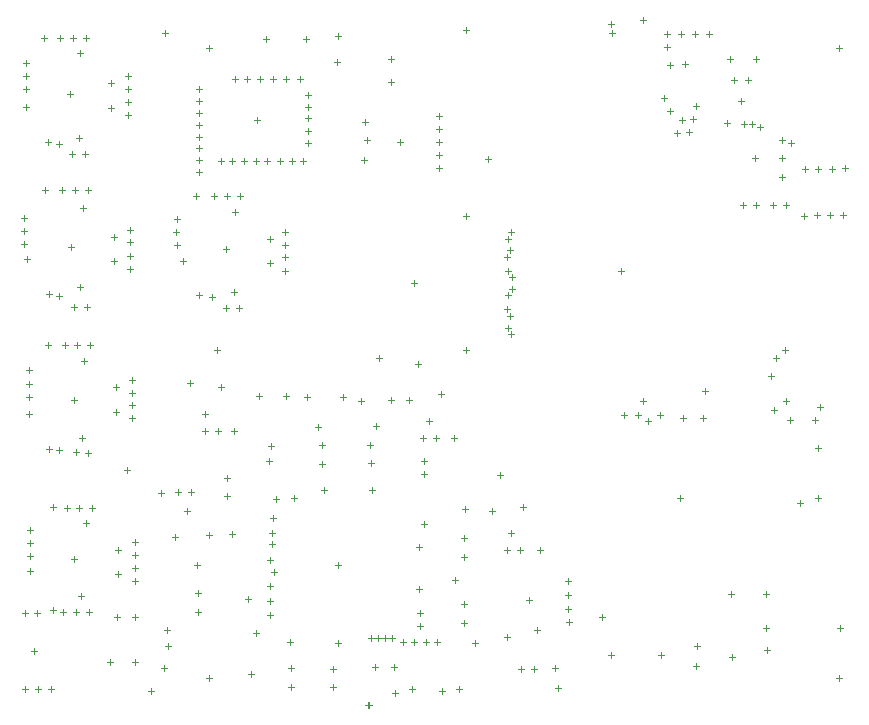
<source format=gbr>
%TF.GenerationSoftware,Altium Limited,Altium Designer,25.7.1 (20)*%
G04 Layer_Color=16777215*
%FSLAX45Y45*%
%MOMM*%
%TF.SameCoordinates,1AA72D45-9F13-4BD8-B423-63960E99F270*%
%TF.FilePolarity,Positive*%
%TF.FileFunction,Other,Top_Component_Center*%
%TF.Part,Single*%
G01*
G75*
%TA.AperFunction,NonConductor*%
%ADD108C,0.02540*%
D108*
X2163039Y5122596D02*
X2213839D01*
X2188439Y5097196D02*
Y5147996D01*
X4470527Y1057554D02*
X4521327D01*
X4495927Y1032154D02*
Y1082954D01*
X1934693Y2071243D02*
Y2122043D01*
X1909293Y2096643D02*
X1960093D01*
X4309974Y720319D02*
Y771119D01*
X4284574Y745719D02*
X4335374D01*
X3479698Y307340D02*
X3530498D01*
X3505098Y281940D02*
Y332740D01*
X3479698Y2731287D02*
Y2782087D01*
X3454298Y2756687D02*
X3505098D01*
X1602715Y2901747D02*
X1653515D01*
X1628115Y2876347D02*
Y2927147D01*
X2284984Y2364105D02*
X2335784D01*
X2310384Y2338705D02*
Y2389505D01*
X4160317Y1816329D02*
X4211117D01*
X4185717Y1790929D02*
Y1841729D01*
X1657172Y1360246D02*
X1707972D01*
X1682572Y1334846D02*
Y1385646D01*
X1757223Y1611401D02*
X1808023D01*
X1782623Y1586001D02*
Y1636801D01*
X2139747Y412521D02*
Y463321D01*
X2114347Y437921D02*
X2165147D01*
X3135706Y150368D02*
Y201168D01*
X3110306Y175768D02*
X3161106D01*
X2139163Y412953D02*
Y463753D01*
X2113763Y438353D02*
X2164563D01*
X3137992Y150368D02*
Y201168D01*
X3112592Y175768D02*
X3163392D01*
X4714646Y315697D02*
X4765446D01*
X4740046Y290297D02*
Y341097D01*
X3165805Y489661D02*
X3216605D01*
X3191205Y464261D02*
Y515061D01*
X1415745Y668782D02*
X1466545D01*
X1441145Y643382D02*
Y694182D01*
X3880510Y307569D02*
X3931310D01*
X3905910Y282169D02*
Y332969D01*
X3530321Y3057957D02*
X3581121D01*
X3555721Y3032557D02*
Y3083357D01*
X2594635Y2783078D02*
X2645435D01*
X2620035Y2757678D02*
Y2808478D01*
X2916834Y2756662D02*
Y2807462D01*
X2891434Y2782062D02*
X2942234D01*
X921918Y540004D02*
X972718D01*
X947318Y514604D02*
Y565404D01*
X1828749Y3174924D02*
X1879549D01*
X1854149Y3149524D02*
Y3200324D01*
X1694358Y1099109D02*
Y1149909D01*
X1668958Y1124509D02*
X1719758D01*
X4223385Y2118360D02*
X4274185D01*
X4248785Y2092960D02*
Y2143760D01*
X4041750Y669290D02*
Y720090D01*
X4016350Y694690D02*
X4067150D01*
X3957447Y1808988D02*
Y1859788D01*
X3932047Y1834388D02*
X3982847D01*
X7119518Y375590D02*
Y426390D01*
X7094118Y400990D02*
X7144918D01*
X1785518Y375590D02*
Y426390D01*
X1760118Y400990D02*
X1810918D01*
X1785518Y5709590D02*
Y5760390D01*
X1760118Y5734990D02*
X1810918D01*
X7119518Y5709590D02*
Y5760390D01*
X7094118Y5734990D02*
X7144918D01*
X4119296Y4791253D02*
X4170096D01*
X4144696Y4765853D02*
Y4816653D01*
X6264478Y5290033D02*
X6315278D01*
X6289878Y5264633D02*
Y5315433D01*
X2473706Y676453D02*
Y727253D01*
X2448306Y701853D02*
X2499106D01*
X3141726Y1993722D02*
X3192526D01*
X3167126Y1968322D02*
Y2019122D01*
X6145886Y5099685D02*
X6196686D01*
X6171286Y5074285D02*
Y5125085D01*
X5609057Y568173D02*
Y618973D01*
X5583657Y593573D02*
X5634457D01*
X6352388Y5439334D02*
Y5490134D01*
X6326988Y5464734D02*
X6377788D01*
X2435047Y2760218D02*
Y2811018D01*
X2409647Y2785618D02*
X2460447D01*
X2852268Y5840247D02*
X2903068D01*
X2877668Y5814847D02*
Y5865647D01*
X6380531Y4799635D02*
X6431331D01*
X6405931Y4774235D02*
Y4825035D01*
X6210960Y555346D02*
Y606146D01*
X6185560Y580746D02*
X6236360D01*
X595452Y4046626D02*
X646252D01*
X620852Y4021226D02*
Y4072026D01*
X2852064Y1356233D02*
X2902864D01*
X2877464Y1330833D02*
Y1381633D01*
X5775935Y1899056D02*
Y1949856D01*
X5750535Y1924456D02*
X5801335D01*
X4541469Y809904D02*
X4592269D01*
X4566869Y784504D02*
Y835304D01*
X3752367Y2781681D02*
Y2832481D01*
X3726967Y2807081D02*
X3777767D01*
X5272329Y3819246D02*
Y3870046D01*
X5246929Y3844646D02*
X5297729D01*
X5272329Y3819246D02*
Y3870046D01*
X5246929Y3844646D02*
X5297729D01*
X3304210Y5444566D02*
X3355010D01*
X3329610Y5419166D02*
Y5469966D01*
X1402436Y458013D02*
Y508813D01*
X1377036Y483413D02*
X1427836D01*
X6917055Y1924533D02*
X6967855D01*
X6942455Y1899133D02*
Y1949933D01*
X3381908Y4937760D02*
X3432708D01*
X3407308Y4912360D02*
Y4963160D01*
X308585Y607365D02*
Y658165D01*
X283185Y632765D02*
X333985D01*
X3493084Y3744671D02*
X3543884D01*
X3518484Y3719271D02*
Y3770071D01*
X932256Y5434381D02*
X983056D01*
X957656Y5408981D02*
Y5459781D01*
X1417574Y5832729D02*
Y5883529D01*
X1392174Y5858129D02*
X1442974D01*
X6454800Y5037811D02*
Y5088611D01*
X6429400Y5063211D02*
X6480200D01*
X644017Y2725572D02*
Y2776372D01*
X618617Y2750972D02*
X669417D01*
X585394Y5348656D02*
X636194D01*
X610794Y5323256D02*
Y5374056D01*
X645693Y1380592D02*
Y1431392D01*
X620293Y1405992D02*
X671093D01*
X1906448Y4031564D02*
X1957248D01*
X1931848Y4006164D02*
Y4056964D01*
X3573983Y924890D02*
Y975690D01*
X3548583Y950290D02*
X3599383D01*
X3580790Y2234870D02*
X3631590D01*
X3606190Y2209470D02*
Y2260270D01*
X3605301Y2101850D02*
Y2152650D01*
X3579901Y2127250D02*
X3630701D01*
X3693338Y703885D02*
X3744138D01*
X3718738Y678485D02*
Y729285D01*
X2307996Y1296035D02*
X2358796D01*
X2333396Y1270635D02*
Y1321435D01*
X3604387Y1677213D02*
Y1728013D01*
X3578987Y1702613D02*
X3629787D01*
X2156409Y784174D02*
X2207209D01*
X2181809Y758774D02*
Y809574D01*
X6612077Y4807433D02*
X6662877D01*
X6637477Y4782033D02*
Y4832833D01*
X687603Y1817726D02*
Y1868526D01*
X662203Y1843126D02*
X713003D01*
X219177Y4161409D02*
Y4212209D01*
X193777Y4186809D02*
X244577D01*
X752069Y3518941D02*
Y3569741D01*
X726669Y3544341D02*
X777469D01*
X239598Y5360086D02*
Y5410886D01*
X214198Y5385486D02*
X264998D01*
X3300146Y5645379D02*
X3350946D01*
X3325546Y5619979D02*
Y5670779D01*
X218440Y4268546D02*
Y4319346D01*
X193040Y4293946D02*
X243840D01*
X4714164Y457860D02*
Y508660D01*
X4688764Y483260D02*
X4739564D01*
X772947Y1842618D02*
X823747D01*
X798347Y1817218D02*
Y1868018D01*
X6792773Y1860144D02*
Y1910944D01*
X6767373Y1885544D02*
X6818173D01*
X3573983Y817220D02*
Y868020D01*
X3548583Y842620D02*
X3599383D01*
X1635430Y1949069D02*
Y1999869D01*
X1610030Y1974469D02*
X1660830D01*
X4404919Y479501D02*
X4455719D01*
X4430319Y454101D02*
Y504901D01*
X193777Y4076573D02*
X244577D01*
X219177Y4051173D02*
Y4101973D01*
X500583Y5819800D02*
X551383D01*
X525983Y5794400D02*
Y5845200D01*
X1527226Y1947443D02*
Y1998243D01*
X1501826Y1972843D02*
X1552626D01*
X512140Y4531868D02*
X562940D01*
X537540Y4506468D02*
Y4557268D01*
X4541596Y454431D02*
Y505231D01*
X4516196Y479831D02*
X4566996D01*
X1831899Y4453585D02*
Y4504385D01*
X1806499Y4478985D02*
X1857299D01*
X2410562Y5471033D02*
X2461362D01*
X2435962Y5445633D02*
Y5496433D01*
X1858086Y2467991D02*
Y2518791D01*
X1832686Y2493391D02*
X1883486D01*
X3682949Y2433295D02*
X3733749D01*
X3708349Y2407895D02*
Y2458695D01*
X4418940Y1462151D02*
Y1512951D01*
X4393540Y1487551D02*
X4444340D01*
X3729304Y5129936D02*
Y5180736D01*
X3703904Y5155336D02*
X3754704D01*
X239674Y2784069D02*
X290474D01*
X265074Y2758669D02*
Y2809469D01*
X272288Y1406500D02*
Y1457300D01*
X246888Y1431900D02*
X297688D01*
X2584628Y4751756D02*
Y4802556D01*
X2559228Y4777156D02*
X2610028D01*
X2252218Y4775276D02*
X2303018D01*
X2277618Y4749876D02*
Y4800676D01*
X2083740Y4750816D02*
Y4801616D01*
X2058340Y4776216D02*
X2109140D01*
X1701521Y5261585D02*
Y5312385D01*
X1676121Y5286985D02*
X1726921D01*
X1676121Y5085512D02*
X1726921D01*
X1701521Y5060112D02*
Y5110912D01*
Y4959375D02*
Y5010175D01*
X1676121Y4984775D02*
X1726921D01*
X1676121Y4682566D02*
X1726921D01*
X1701521Y4657166D02*
Y4707966D01*
X1959026Y4775378D02*
X2009826D01*
X1984426Y4749978D02*
Y4800778D01*
X3758616Y264973D02*
Y315773D01*
X3733216Y290373D02*
X3784016D01*
X753440Y3221507D02*
X804240D01*
X778840Y3196107D02*
Y3246907D01*
X1676121Y5387721D02*
X1726921D01*
X1701521Y5362321D02*
Y5413121D01*
X631673Y961898D02*
X682473D01*
X657073Y936498D02*
Y987298D01*
X4308196Y1461033D02*
Y1511833D01*
X4282796Y1486433D02*
X4333596D01*
X1511173Y4038727D02*
Y4089527D01*
X1485773Y4064127D02*
X1536573D01*
X2560091Y5445633D02*
Y5496433D01*
X2534691Y5471033D02*
X2585491D01*
X1724025Y2493289D02*
X1774825D01*
X1749425Y2467889D02*
Y2518689D01*
X562864Y3196234D02*
Y3247034D01*
X537464Y3221634D02*
X588264D01*
X3572459Y2433396D02*
X3623259D01*
X3597859Y2407996D02*
Y2458796D01*
X229845Y923442D02*
Y974242D01*
X204445Y948842D02*
X255245D01*
X554787Y1842821D02*
X605587D01*
X580187Y1817421D02*
Y1868221D01*
X6506388Y612292D02*
Y663092D01*
X6480988Y637692D02*
X6531788D01*
X1137768Y2573071D02*
Y2623871D01*
X1112368Y2598471D02*
X1163168D01*
X1131341Y1442593D02*
X1182141D01*
X1156741Y1417193D02*
Y1467993D01*
Y1526413D02*
Y1577213D01*
X1131341Y1551813D02*
X1182141D01*
X760324Y4507560D02*
Y4558360D01*
X734924Y4532960D02*
X785724D01*
X1951634Y1619555D02*
X2002434D01*
X1977034Y1594155D02*
Y1644955D01*
X3072105Y4790135D02*
X3122905D01*
X3097505Y4764735D02*
Y4815535D01*
X3729304Y4804054D02*
Y4854854D01*
X3703904Y4829454D02*
X3754704D01*
X3703904Y4938674D02*
X3754704D01*
X3729304Y4913274D02*
Y4964074D01*
X623926Y4531893D02*
X674726D01*
X649326Y4506493D02*
Y4557293D01*
X2405964Y3961384D02*
X2456764D01*
X2431364Y3935984D02*
Y3986784D01*
X2432075Y3824732D02*
Y3875532D01*
X2406675Y3850132D02*
X2457475D01*
X1131341Y1330833D02*
X1182141D01*
X1156741Y1305433D02*
Y1356233D01*
Y1194181D02*
Y1244981D01*
X1131341Y1219581D02*
X1182141D01*
X227152Y284251D02*
Y335051D01*
X201752Y309651D02*
X252552D01*
X314528Y307823D02*
X365328D01*
X339928Y282423D02*
Y333223D01*
X3364814Y251257D02*
Y302057D01*
X3339414Y276657D02*
X3390214D01*
X1432789Y781355D02*
Y832155D01*
X1407389Y806755D02*
X1458189D01*
X2218385Y5443093D02*
Y5493893D01*
X2192985Y5468493D02*
X2243785D01*
X2294738Y2208555D02*
Y2259355D01*
X2269338Y2233955D02*
X2320138D01*
X1093749Y4091889D02*
X1144549D01*
X1119149Y4066489D02*
Y4117289D01*
X1120064Y4172255D02*
Y4223055D01*
X1094664Y4197655D02*
X1145464D01*
X643509Y3520110D02*
Y3570910D01*
X618109Y3545510D02*
X668909D01*
X1120064Y3951529D02*
Y4002329D01*
X1094664Y3976929D02*
X1145464D01*
X1094664Y3866693D02*
X1145464D01*
X1120064Y3841293D02*
Y3892093D01*
X1102360Y5364988D02*
Y5415788D01*
X1076960Y5390388D02*
X1127760D01*
X1076960Y5499608D02*
X1127760D01*
X1102360Y5474208D02*
Y5525008D01*
X722782Y5819826D02*
X773582D01*
X748182Y5794426D02*
Y5845226D01*
X638708Y5795899D02*
Y5846699D01*
X613308Y5821299D02*
X664108D01*
X712267Y4837455D02*
X763067D01*
X737667Y4812055D02*
Y4862855D01*
X630225Y4811598D02*
Y4862398D01*
X604825Y4836998D02*
X655625D01*
X1102360Y5253736D02*
Y5304536D01*
X1076960Y5279136D02*
X1127760D01*
X1076960Y5170170D02*
X1127760D01*
X1102360Y5144770D02*
Y5195570D01*
X2431390Y4043858D02*
Y4094658D01*
X2405990Y4069258D02*
X2456790D01*
X2405685Y4176700D02*
X2456485D01*
X2431085Y4151300D02*
Y4202100D01*
X2025447Y4478985D02*
X2076247D01*
X2050847Y4453585D02*
Y4504385D01*
X1941373Y4453585D02*
Y4504385D01*
X1915973Y4478985D02*
X1966773D01*
X2017674Y3531260D02*
X2068474D01*
X2043074Y3505860D02*
Y3556660D01*
X767563Y934568D02*
Y985368D01*
X742163Y959968D02*
X792963D01*
X1906676Y3532124D02*
X1957476D01*
X1932076Y3506724D02*
Y3557524D01*
X1883689Y4749978D02*
Y4800778D01*
X1858289Y4775378D02*
X1909089D01*
X1976857Y5468493D02*
X2027657D01*
X2002257Y5443093D02*
Y5493893D01*
X1676121Y4783303D02*
X1726921D01*
X1701521Y4757903D02*
Y4808703D01*
Y4858639D02*
Y4909439D01*
X1676121Y4884039D02*
X1726921D01*
X1676121Y5186248D02*
X1726921D01*
X1701521Y5160848D02*
Y5211648D01*
X2304034Y5470855D02*
X2354834D01*
X2329434Y5445455D02*
Y5496255D01*
X1375537Y1945716D02*
Y1996516D01*
X1350137Y1971116D02*
X1400937D01*
X264795Y2980182D02*
Y3030982D01*
X239395Y3005582D02*
X290195D01*
X2185899Y4749978D02*
Y4800778D01*
X2160499Y4775378D02*
X2211299D01*
X2361971D02*
X2412771D01*
X2387371Y4749978D02*
Y4800778D01*
X2488108Y4749978D02*
Y4800778D01*
X2462708Y4775378D02*
X2513508D01*
X1137768Y2792527D02*
Y2843327D01*
X1112368Y2817927D02*
X1163168D01*
X1112368Y2927655D02*
X1163168D01*
X1137768Y2902255D02*
Y2953055D01*
X645236Y3221203D02*
X696036D01*
X670636Y3195803D02*
Y3246603D01*
X764921Y2284120D02*
Y2334920D01*
X739521Y2309520D02*
X790321D01*
X631063Y2310841D02*
X681863D01*
X656463Y2285441D02*
Y2336241D01*
X1112368Y2708707D02*
X1163168D01*
X1137768Y2683307D02*
Y2734107D01*
X3108350Y5079797D02*
Y5130597D01*
X3082950Y5105197D02*
X3133750D01*
X3703904Y4718202D02*
X3754704D01*
X3729304Y4692802D02*
Y4743602D01*
Y5022240D02*
Y5073040D01*
X3703904Y5047640D02*
X3754704D01*
X246329Y1542136D02*
X297129D01*
X271729Y1516736D02*
Y1567536D01*
X271628Y1626311D02*
Y1677111D01*
X246228Y1651711D02*
X297028D01*
X461315Y1818894D02*
Y1869694D01*
X435915Y1844294D02*
X486715D01*
X373024Y4531639D02*
X423824D01*
X398424Y4506239D02*
Y4557039D01*
X426568Y3195422D02*
Y3246222D01*
X401168Y3220822D02*
X451968D01*
X240309Y5471490D02*
Y5522290D01*
X214909Y5496890D02*
X265709D01*
X214147Y5604027D02*
X264947D01*
X239547Y5578627D02*
Y5629427D01*
X366370Y5818226D02*
X417170D01*
X391770Y5792826D02*
Y5843626D01*
X4586529Y1458849D02*
Y1509649D01*
X4561129Y1484249D02*
X4611929D01*
X1972894Y2494813D02*
X2023694D01*
X1998294Y2469413D02*
Y2520213D01*
X2599055Y5332959D02*
X2649855D01*
X2624455Y5307559D02*
Y5358359D01*
X2084045Y5468493D02*
X2134845D01*
X2109445Y5443093D02*
Y5493893D01*
X1485519Y4175379D02*
X1536319D01*
X1510919Y4149979D02*
Y4200779D01*
X1511198Y4260596D02*
Y4311396D01*
X1485798Y4285996D02*
X1536598D01*
X1679016Y4459605D02*
Y4510405D01*
X1653616Y4485005D02*
X1704416D01*
X2873883Y5587594D02*
Y5638394D01*
X2848483Y5612994D02*
X2899283D01*
X3862222Y2408250D02*
Y2459050D01*
X3836822Y2433650D02*
X3887622D01*
X263754Y2868143D02*
Y2918943D01*
X238354Y2893543D02*
X289154D01*
X3402178Y704901D02*
X3452978D01*
X3427578Y679501D02*
Y730301D01*
X3525088Y678840D02*
Y729640D01*
X3499688Y704240D02*
X3550488D01*
X7019773Y4318559D02*
X7070573D01*
X7045173Y4293159D02*
Y4343959D01*
X6936308Y4291228D02*
Y4342028D01*
X6910908Y4316628D02*
X6961708D01*
X6279540Y4402557D02*
X6330340D01*
X6304940Y4377157D02*
Y4427957D01*
X5956554Y2828595D02*
X6007354D01*
X5981954Y2803195D02*
Y2853995D01*
X6808394Y4713630D02*
X6859194D01*
X6833794Y4688230D02*
Y4739030D01*
X6940093Y4688205D02*
Y4739005D01*
X6914693Y4713605D02*
X6965493D01*
X7145299Y4716145D02*
X7196099D01*
X7170699Y4690745D02*
Y4741545D01*
X7063156Y4688738D02*
Y4739538D01*
X7037756Y4714138D02*
X7088556D01*
X6645605Y4403141D02*
X6696405D01*
X6671005Y4377741D02*
Y4428541D01*
X5434228Y2745308D02*
X5485028D01*
X5459628Y2719908D02*
Y2770708D01*
X5802427Y2576398D02*
Y2627198D01*
X5777027Y2601798D02*
X5827827D01*
X5088331Y920445D02*
X5139131D01*
X5113731Y895045D02*
Y945845D01*
X6562446Y3107334D02*
X6613246D01*
X6587846Y3081934D02*
Y3132734D01*
X6543345Y2935148D02*
Y2985948D01*
X6517945Y2960548D02*
X6568745D01*
X3597935Y704215D02*
X3648735D01*
X3623335Y678815D02*
Y729615D01*
X2273935Y1402715D02*
X2324735D01*
X2299335Y1377315D02*
Y1428115D01*
X7125233Y4319346D02*
X7176033D01*
X7150633Y4293946D02*
Y4344746D01*
X6827418Y4290593D02*
Y4341393D01*
X6802018Y4315993D02*
X6852818D01*
X6538290Y4401591D02*
X6589090D01*
X6563690Y4376191D02*
Y4426991D01*
X6416980Y4376420D02*
Y4427220D01*
X6391580Y4401820D02*
X6442380D01*
X421411Y308610D02*
X472211D01*
X446811Y283210D02*
Y334010D01*
X2599055Y5030749D02*
X2649855D01*
X2624455Y5005349D02*
Y5056149D01*
Y5206822D02*
Y5257622D01*
X2599055Y5232222D02*
X2649855D01*
X2599131Y5138115D02*
X2649931D01*
X2624531Y5112715D02*
Y5163515D01*
X2626004Y4907915D02*
Y4958715D01*
X2600604Y4933315D02*
X2651404D01*
X6894017Y2581504D02*
X6944817D01*
X6919417Y2556104D02*
Y2606904D01*
X6707683Y2555596D02*
Y2606396D01*
X6682283Y2580996D02*
X6733083D01*
X5685028Y5564429D02*
Y5615229D01*
X5659628Y5589829D02*
X5710428D01*
X5787314Y5596763D02*
X5838114D01*
X5812714Y5571363D02*
Y5622163D01*
X5170653Y5857621D02*
X5221453D01*
X5196053Y5832221D02*
Y5883021D01*
X6417691Y5615026D02*
Y5665826D01*
X6392291Y5640426D02*
X6443091D01*
X6174029Y5638673D02*
X6224829D01*
X6199429Y5613273D02*
Y5664073D01*
X3127985Y2369871D02*
X3178785D01*
X3153385Y2344471D02*
Y2395271D01*
X3129864Y2217217D02*
X3180664D01*
X3155264Y2191817D02*
Y2242617D01*
X3920515Y1426515D02*
X3971315D01*
X3945915Y1401115D02*
Y1451915D01*
X3920515Y1589075D02*
X3971315D01*
X3945915Y1563675D02*
Y1614475D01*
X3919017Y867054D02*
X3969817D01*
X3944417Y841654D02*
Y892454D01*
X3919017Y1029614D02*
X3969817D01*
X3944417Y1004214D02*
Y1055014D01*
X2812313Y474980D02*
X2863113D01*
X2837713Y449580D02*
Y500380D01*
X2812567Y324714D02*
X2863367D01*
X2837967Y299314D02*
Y350114D01*
X2451075Y320446D02*
X2501875D01*
X2476475Y295046D02*
Y345846D01*
X2454123Y484022D02*
X2504923D01*
X2479523Y458622D02*
Y509422D01*
X2719807Y2214016D02*
X2770607D01*
X2745207Y2188616D02*
Y2239416D01*
X2718537Y2374290D02*
X2769337D01*
X2743937Y2348890D02*
Y2399690D01*
X1009218Y889356D02*
Y940156D01*
X983818Y914756D02*
X1034618D01*
X1157884Y888594D02*
Y939394D01*
X1132484Y913994D02*
X1183284D01*
X6475552Y1110463D02*
X6526352D01*
X6500952Y1085063D02*
Y1135863D01*
X6477254Y821182D02*
X6528054D01*
X6502654Y795782D02*
Y846582D01*
X6939534Y2320544D02*
Y2371344D01*
X6914134Y2345944D02*
X6964934D01*
X6180861Y1110285D02*
X6231661D01*
X6206261Y1084885D02*
Y1135685D01*
X3175610Y2536596D02*
X3226410D01*
X3201010Y2511196D02*
Y2561996D01*
X2686177Y2529738D02*
X2736977D01*
X2711577Y2504338D02*
Y2555138D01*
X3076524Y2724099D02*
Y2774899D01*
X3051124Y2749499D02*
X3101924D01*
X1667231Y956437D02*
X1718031D01*
X1692631Y931037D02*
Y981837D01*
X1912645Y1941525D02*
X1963445D01*
X1938045Y1916125D02*
Y1966925D01*
X1162253Y511378D02*
Y562178D01*
X1136853Y536778D02*
X1187653D01*
X2209800Y2761183D02*
Y2811983D01*
X2184400Y2786583D02*
X2235200D01*
X3322980Y2727401D02*
Y2778201D01*
X3297580Y2752801D02*
X3348380D01*
X1266800Y293040D02*
X1317600D01*
X1292200Y267640D02*
Y318440D01*
X3354934Y468452D02*
Y519252D01*
X3329534Y493852D02*
X3380334D01*
X3869563Y1202207D02*
Y1253007D01*
X3844163Y1227607D02*
X3894963D01*
X6235040Y5437937D02*
Y5488737D01*
X6209640Y5463337D02*
X6260440D01*
X2274799Y1178611D02*
X2325599D01*
X2300199Y1153211D02*
Y1204011D01*
X2274646Y930758D02*
X2325446D01*
X2300046Y905358D02*
Y956158D01*
X6612458Y4953813D02*
X6663258D01*
X6637858Y4928413D02*
Y4979213D01*
X6611899Y4646651D02*
X6662699D01*
X6637299Y4621251D02*
Y4672051D01*
X5190998Y5909716D02*
Y5960516D01*
X5165598Y5935116D02*
X5216398D01*
X6361913Y5089119D02*
X6412713D01*
X6387313Y5063719D02*
Y5114519D01*
X6293612Y5089322D02*
X6344412D01*
X6319012Y5063922D02*
Y5114722D01*
X3136214Y742340D02*
X3187014D01*
X3161614Y716940D02*
Y767740D01*
X2274926Y1055827D02*
X2325726D01*
X2300326Y1030427D02*
Y1081227D01*
X3203981Y3107512D02*
X3254781D01*
X3229381Y3082112D02*
Y3132912D01*
X2321814Y1605382D02*
Y1656182D01*
X2296414Y1630782D02*
X2347214D01*
X408508Y3648202D02*
X459308D01*
X433908Y3622802D02*
Y3673602D01*
X249047Y3922674D02*
Y3973474D01*
X223647Y3948074D02*
X274447D01*
X3247796Y742975D02*
X3298596D01*
X3273196Y717575D02*
Y768375D01*
X2321992Y1512646D02*
Y1563446D01*
X2296592Y1538046D02*
X2347392D01*
X6665849Y3156509D02*
Y3207309D01*
X6640449Y3181909D02*
X6691249D01*
X6547587Y2673452D02*
X6598387D01*
X6572987Y2648052D02*
Y2698852D01*
X6932397Y2691003D02*
X6983197D01*
X6957797Y2665603D02*
Y2716403D01*
X302235Y951154D02*
X353035D01*
X327635Y925754D02*
Y976554D01*
X260985Y2606904D02*
Y2657704D01*
X235585Y2632304D02*
X286385D01*
X406654Y2340788D02*
X457454D01*
X432054Y2315388D02*
Y2366188D01*
X435966Y976757D02*
X486766D01*
X461366Y951357D02*
Y1002157D01*
X240259Y5207025D02*
Y5257825D01*
X214859Y5232425D02*
X265659D01*
X273710Y1281379D02*
Y1332179D01*
X248310Y1306779D02*
X299110D01*
X401422Y4941621D02*
X452222D01*
X426822Y4916221D02*
Y4967021D01*
X1566164Y3903650D02*
Y3954450D01*
X1540764Y3929050D02*
X1591564D01*
X1676908Y3639236D02*
X1727708D01*
X1702308Y3613836D02*
Y3664636D01*
X5917387Y650138D02*
Y700938D01*
X5891987Y675538D02*
X5942787D01*
X3310611Y742594D02*
X3361411D01*
X3336011Y717194D02*
Y767994D01*
X3190519Y742696D02*
X3241319D01*
X3215919Y717296D02*
Y768096D01*
X5431104Y5972378D02*
X5481904D01*
X5456504Y5946978D02*
Y5997778D01*
X5185791Y568122D02*
Y618922D01*
X5160391Y593522D02*
X5211191D01*
X2245335Y5812409D02*
X2296135D01*
X2270735Y5787009D02*
Y5837809D01*
X2585618Y5812409D02*
X2636418D01*
X2611018Y5787009D02*
Y5837809D01*
X519506Y3611829D02*
Y3662629D01*
X494106Y3637229D02*
X544906D01*
X3125216Y4926609D02*
Y4977409D01*
X3099816Y4952009D02*
X3150616D01*
X1810741Y3599561D02*
Y3650361D01*
X1785341Y3624961D02*
X1836141D01*
X520192Y2307336D02*
Y2358136D01*
X494792Y2332736D02*
X545592D01*
X546710Y930046D02*
Y980846D01*
X521310Y955446D02*
X572110D01*
X514452Y4898619D02*
Y4949419D01*
X489052Y4924019D02*
X539852D01*
X3538220Y1506957D02*
X3589020D01*
X3563620Y1481557D02*
Y1532357D01*
X3535807Y1154049D02*
X3586607D01*
X3561207Y1128649D02*
Y1179449D01*
X2852445Y697306D02*
X2903245D01*
X2877845Y671906D02*
Y722706D01*
X2759989Y1966341D02*
Y2017141D01*
X2734589Y1991741D02*
X2785389D01*
X2116734Y1043305D02*
Y1094105D01*
X2091334Y1068705D02*
X2142134D01*
X5886628Y5244262D02*
X5937428D01*
X5912028Y5218862D02*
Y5269662D01*
X4808118Y873201D02*
X4858918D01*
X4833518Y847801D02*
Y898601D01*
X4804029Y988619D02*
X4854829D01*
X4829429Y963219D02*
Y1014019D01*
X4803673Y1103401D02*
X4854473D01*
X4829073Y1078001D02*
Y1128801D01*
X4800803Y1218108D02*
X4851603D01*
X4826203Y1192708D02*
Y1243508D01*
X5722595Y5013503D02*
X5773395D01*
X5747995Y4988103D02*
Y5038903D01*
X5637835Y5286705D02*
Y5337505D01*
X5612435Y5312105D02*
X5663235D01*
X5862650Y5130851D02*
X5913450D01*
X5888050Y5105451D02*
Y5156251D01*
X5660136Y5198669D02*
X5710936D01*
X5685536Y5173269D02*
Y5224069D01*
X5640400Y5747258D02*
X5691200D01*
X5665800Y5721858D02*
Y5772658D01*
X5641619Y5856605D02*
X5692419D01*
X5667019Y5831205D02*
Y5882005D01*
X5757037Y5853836D02*
X5807837D01*
X5782437Y5828436D02*
Y5879236D01*
X5873293Y5857088D02*
X5924093D01*
X5898693Y5831688D02*
Y5882488D01*
X5990361Y5854649D02*
X6041161D01*
X6015761Y5829249D02*
Y5880049D01*
X5766410Y5128539D02*
X5817210D01*
X5791810Y5103139D02*
Y5153939D01*
X5826811Y5021656D02*
X5877611D01*
X5852211Y4996256D02*
Y5047056D01*
X5944819Y2605710D02*
X5995619D01*
X5970219Y2580310D02*
Y2631110D01*
X5396611Y2625141D02*
X5447411D01*
X5422011Y2599741D02*
Y2650541D01*
X5276342Y2625395D02*
X5327142D01*
X5301742Y2599995D02*
Y2650795D01*
X5582971Y2627427D02*
X5633771D01*
X5608371Y2602027D02*
Y2652827D01*
X6714668Y4905375D02*
Y4956175D01*
X6689268Y4930775D02*
X6740068D01*
X5504409Y2553741D02*
Y2604541D01*
X5479009Y2579141D02*
X5529809D01*
X4337126Y3443630D02*
Y3494430D01*
X4311726Y3469030D02*
X4362526D01*
X4308602Y3498520D02*
Y3549320D01*
X4283202Y3523920D02*
X4334002D01*
X4316476Y3613836D02*
Y3664636D01*
X4291076Y3639236D02*
X4341876D01*
X4349013Y3670681D02*
Y3721481D01*
X4323613Y3696081D02*
X4374413D01*
X4349013Y3767785D02*
Y3818585D01*
X4323613Y3793185D02*
X4374413D01*
X4316476Y3824630D02*
Y3875430D01*
X4291076Y3850030D02*
X4341876D01*
X4320591Y3342284D02*
Y3393084D01*
X4295191Y3367684D02*
X4345991D01*
X4341470Y3285236D02*
Y3336036D01*
X4316070Y3310636D02*
X4366870D01*
X4308602Y3939946D02*
Y3990746D01*
X4283202Y3965346D02*
X4334002D01*
X4320591Y4096182D02*
Y4146982D01*
X4295191Y4121582D02*
X4345991D01*
X4341470Y4153230D02*
Y4204030D01*
X4316070Y4178630D02*
X4366870D01*
X3959555Y4286199D02*
Y4336999D01*
X3934155Y4311599D02*
X3984955D01*
X3959555Y3152267D02*
Y3203067D01*
X3934155Y3177667D02*
X3984955D01*
X4337126Y3994836D02*
Y4045636D01*
X4311726Y4020236D02*
X4362526D01*
X3964940Y5863717D02*
Y5914517D01*
X3939540Y5889117D02*
X3990340D01*
X1095146Y2140153D02*
Y2190953D01*
X1069746Y2165553D02*
X1120546D01*
X7128688Y800049D02*
Y850849D01*
X7103288Y825449D02*
X7154088D01*
X952602Y3934790D02*
X1003402D01*
X978002Y3909390D02*
Y3960190D01*
X696341Y3683076D02*
Y3733876D01*
X670941Y3708476D02*
X721741D01*
X741909Y1689887D02*
Y1740687D01*
X716509Y1715287D02*
X767309D01*
X955167Y4137406D02*
X1005967D01*
X980567Y4112006D02*
Y4162806D01*
X710336Y2409215D02*
Y2460015D01*
X684936Y2434615D02*
X735736D01*
X975893Y2656103D02*
X1026693D01*
X1001293Y2630703D02*
Y2681503D01*
X990600Y1484833D02*
X1041400D01*
X1016000Y1459433D02*
Y1510233D01*
X716280Y4355160D02*
Y4405960D01*
X690880Y4380560D02*
X741680D01*
X2278050Y3916223D02*
X2328850D01*
X2303450Y3890823D02*
Y3941623D01*
X724662Y3059786D02*
Y3110586D01*
X699262Y3085186D02*
X750062D01*
X991311Y1279500D02*
X1042111D01*
X1016711Y1254100D02*
Y1304900D01*
X974877Y2864180D02*
X1025677D01*
X1000277Y2838780D02*
Y2889580D01*
X706349Y1066597D02*
Y1117397D01*
X680949Y1091997D02*
X731749D01*
X1993875Y3646602D02*
Y3697402D01*
X1968475Y3672002D02*
X2019275D01*
X2008124Y4322293D02*
Y4373093D01*
X1982724Y4347693D02*
X2033524D01*
X2276043Y4117391D02*
X2326843D01*
X2301443Y4091991D02*
Y4142791D01*
X931570Y5228057D02*
X982370D01*
X956970Y5202657D02*
Y5253457D01*
X683997Y4949647D02*
Y5000447D01*
X658597Y4975047D02*
X709397D01*
X690905Y5667604D02*
Y5718404D01*
X665505Y5693004D02*
X716305D01*
X5880049Y499288D02*
X5930849D01*
X5905449Y473888D02*
Y524688D01*
X6675272Y2721178D02*
Y2771978D01*
X6649872Y2746578D02*
X6700672D01*
X2354809Y1893291D02*
Y1944091D01*
X2329409Y1918691D02*
X2380209D01*
X2305380Y1752905D02*
X2356180D01*
X2330780Y1727505D02*
Y1778305D01*
X2504288Y1895627D02*
Y1946427D01*
X2478888Y1921027D02*
X2529688D01*
X1859737Y2866263D02*
X1910537D01*
X1885137Y2840863D02*
Y2891663D01*
X4442511Y1821307D02*
Y1872107D01*
X4417111Y1846707D02*
X4467911D01*
X1471498Y1592123D02*
X1522298D01*
X1496898Y1566723D02*
Y1617523D01*
X3650209Y2549271D02*
Y2600071D01*
X3624809Y2574671D02*
X3675609D01*
X1723669Y2631999D02*
X1774469D01*
X1749069Y2606599D02*
Y2657399D01*
X4338828Y1601953D02*
Y1652753D01*
X4313428Y1627353D02*
X4364228D01*
X1573454Y1811071D02*
X1624254D01*
X1598854Y1785671D02*
Y1836471D01*
%TF.MD5,ec8ca33da805bd6e756f3f0bfb8a8108*%
M02*

</source>
